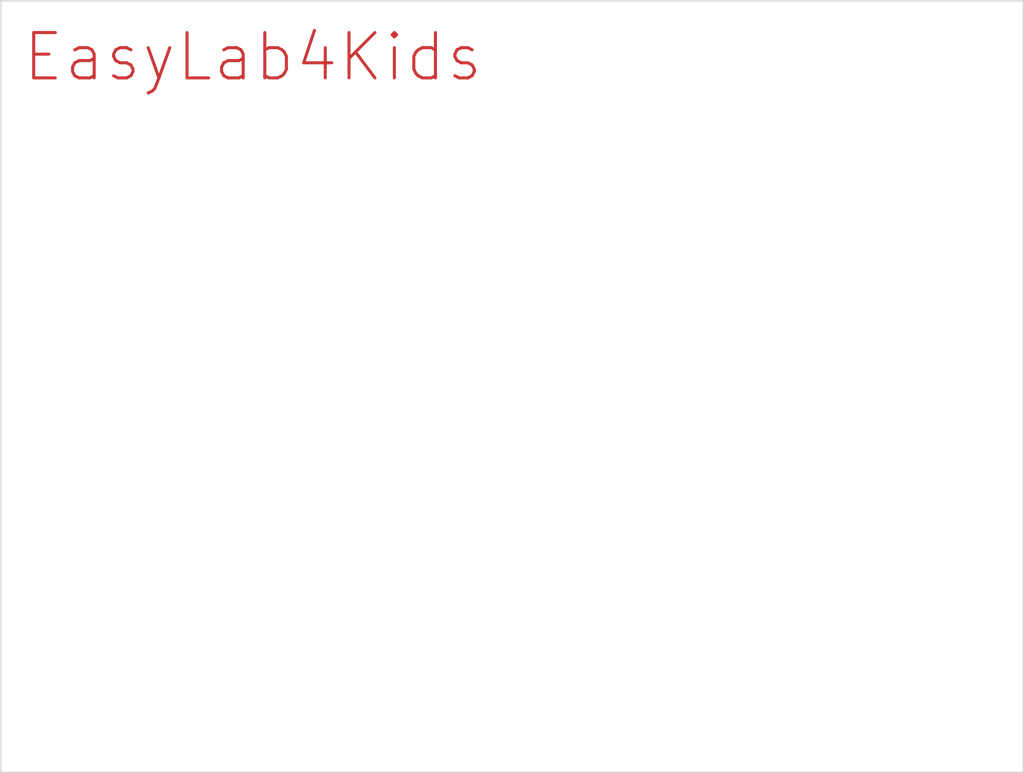
<source format=kicad_pcb>
(kicad_pcb (version 4) (host pcbnew 4.0.4-stable)

  (general
    (links 0)
    (no_connects 0)
    (area 13.513999 13.386999 99.770001 89.991001)
    (thickness 1.6)
    (drawings 7)
    (tracks 0)
    (zones 0)
    (modules 0)
    (nets 1)
  )

  (page A4)
  (layers
    (0 F.Cu signal)
    (31 B.Cu signal)
    (32 B.Adhes user)
    (33 F.Adhes user)
    (34 B.Paste user)
    (35 F.Paste user)
    (36 B.SilkS user)
    (37 F.SilkS user)
    (38 B.Mask user)
    (39 F.Mask user)
    (40 Dwgs.User user)
    (41 Cmts.User user)
    (42 Eco1.User user)
    (43 Eco2.User user)
    (44 Edge.Cuts user)
    (45 Margin user)
    (46 B.CrtYd user)
    (47 F.CrtYd user)
    (48 B.Fab user)
    (49 F.Fab user)
  )

  (setup
    (last_trace_width 0.85)
    (trace_clearance 0.3)
    (zone_clearance 0.508)
    (zone_45_only no)
    (trace_min 0.2)
    (segment_width 0.2)
    (edge_width 0.15)
    (via_size 0.6)
    (via_drill 0.4)
    (via_min_size 0.4)
    (via_min_drill 0.3)
    (uvia_size 0.3)
    (uvia_drill 0.1)
    (uvias_allowed no)
    (uvia_min_size 0.2)
    (uvia_min_drill 0.1)
    (pcb_text_width 0.3)
    (pcb_text_size 1.5 1.5)
    (mod_edge_width 0.15)
    (mod_text_size 1 1)
    (mod_text_width 0.15)
    (pad_size 1.524 1.524)
    (pad_drill 0.762)
    (pad_to_mask_clearance 0.2)
    (aux_axis_origin 0 0)
    (visible_elements 7FFFFFFF)
    (pcbplotparams
      (layerselection 0x01038_80000001)
      (usegerberextensions false)
      (excludeedgelayer true)
      (linewidth 0.100000)
      (plotframeref false)
      (viasonmask false)
      (mode 1)
      (useauxorigin false)
      (hpglpennumber 1)
      (hpglpenspeed 20)
      (hpglpendiameter 15)
      (hpglpenoverlay 2)
      (psnegative false)
      (psa4output false)
      (plotreference true)
      (plotvalue true)
      (plotinvisibletext false)
      (padsonsilk false)
      (subtractmaskfromsilk false)
      (outputformat 1)
      (mirror false)
      (drillshape 0)
      (scaleselection 1)
      (outputdirectory gerbers/CNC_stencil/))
  )

  (net 0 "")

  (net_class Default "Dit is de standaard class."
    (clearance 0.3)
    (trace_width 0.85)
    (via_dia 0.6)
    (via_drill 0.4)
    (uvia_dia 0.3)
    (uvia_drill 0.1)
  )

  (gr_line (start 13.462 13.462) (end 13.589 13.462) (angle 90) (layer Edge.Cuts) (width 0.15))
  (gr_line (start 13.462 90.043) (end 13.462 13.462) (angle 90) (layer Edge.Cuts) (width 0.15))
  (gr_line (start 114.935 90.043) (end 13.462 90.043) (angle 90) (layer Edge.Cuts) (width 0.15))
  (gr_line (start 114.935 13.462) (end 114.935 90.043) (angle 90) (layer Edge.Cuts) (width 0.15))
  (gr_line (start 13.589 13.462) (end 114.935 13.462) (angle 90) (layer Edge.Cuts) (width 0.15))
  (gr_text EasyLab4Kids (at 38.481 19.05) (layer F.Cu)
    (effects (font (size 4.5 4.5) (thickness 0.3)))
  )
  (gr_line (start 13.589 13.462) (end 99.695 13.462) (angle 90) (layer Edge.Cuts) (width 0.15))

)

</source>
